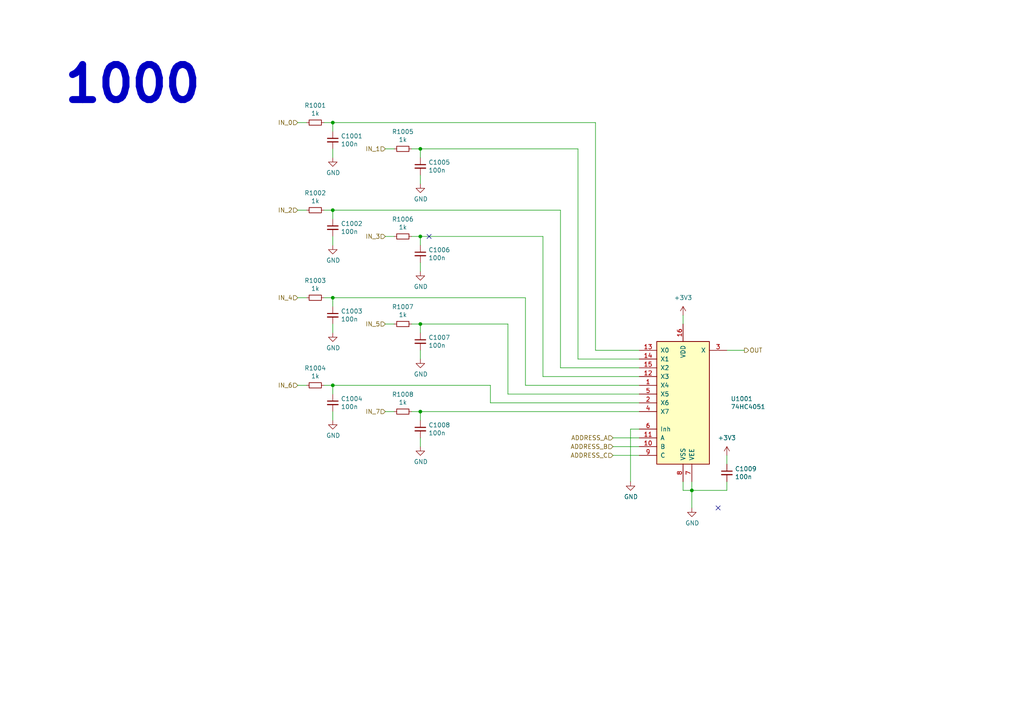
<source format=kicad_sch>
(kicad_sch (version 20230121) (generator eeschema)
  (paper "A4")
  (lib_symbols
    (symbol "power:+3V3" (power) (pin_names (offset 0))
      (property "Value" "+3V3" (at 0 3.556 0))
      (symbol "+3V3_0_1"
        (polyline (pts (xy -0.762 1.27) (xy 0 2.54)))
        (polyline (pts (xy 0 0) (xy 0 2.54)))
        (polyline (pts (xy 0 2.54) (xy 0.762 1.27)))
      )
      (symbol "+3V3_1_1"
        (pin power_in line (at 0 0 90) (length 0) hide (name "+3V3") (number "1"))
      )
    )
    (symbol "power:GND" (power) (pin_names (offset 0))
      (property "Value" "GND" (at 0 -3.81 0))
      (symbol "GND_0_1"
        (polyline (pts (xy 0 0) (xy 0 -1.27) (xy 1.27 -1.27) (xy 0 -2.54) (xy -1.27 -1.27) (xy 0 -1.27)))
      )
      (symbol "GND_1_1"
        (pin power_in line (at 0 0 270) (length 0) hide (name "GND") (number "1"))
      )
    )
    (symbol "suku_basics:74HC4051" (pin_names (offset 1.016))
      (property "Reference" "U" (at -7.62 19.05 0))
      (property "Value" "74HC4051" (at -7.62 -19.05 0))
      (symbol "74HC4051_1_0"
        (pin passive line (at -12.7 5.08 0) (length 5.08) (name "X4") (number "1"))
        (pin input line (at -12.7 -12.7 0) (length 5.08) (name "B") (number "10"))
        (pin input line (at -12.7 -10.16 0) (length 5.08) (name "A") (number "11"))
        (pin passive line (at -12.7 7.62 0) (length 5.08) (name "X3") (number "12"))
        (pin passive line (at -12.7 15.24 0) (length 5.08) (name "X0") (number "13"))
        (pin passive line (at -12.7 12.7 0) (length 5.08) (name "X1") (number "14"))
        (pin passive line (at -12.7 10.16 0) (length 5.08) (name "X2") (number "15"))
        (pin power_in line (at 0 22.86 270) (length 5.08) (name "VDD") (number "16"))
        (pin passive line (at -12.7 0 0) (length 5.08) (name "X6") (number "2"))
        (pin passive line (at 12.7 15.24 180) (length 5.08) (name "X") (number "3"))
        (pin passive line (at -12.7 -2.54 0) (length 5.08) (name "X7") (number "4"))
        (pin passive line (at -12.7 2.54 0) (length 5.08) (name "X5") (number "5"))
        (pin input line (at -12.7 -7.62 0) (length 5.08) (name "Inh") (number "6"))
        (pin power_in line (at 2.54 -22.86 90) (length 5.08) (name "VEE") (number "7"))
        (pin power_in line (at 0 -22.86 90) (length 5.08) (name "VSS") (number "8"))
        (pin input line (at -12.7 -15.24 0) (length 5.08) (name "C") (number "9"))
      )
      (symbol "74HC4051_1_1"
        (rectangle (start -7.62 17.78) (end 7.62 -17.78) (stroke (width 0.254)) (fill (type background)))
      )
    )
    (symbol "suku_basics:CAP" (pin_numbers hide) (pin_names (offset 0.254) hide)
      (property "Reference" "C" (at 0.254 1.778 0))
      (property "Value" "CAP" (at 0.254 -2.032 0))
      (symbol "CAP_0_1"
        (polyline (pts (xy -1.524 -0.508) (xy 1.524 -0.508)) (stroke (width 0.3302)))
        (polyline (pts (xy -1.524 0.508) (xy 1.524 0.508)) (stroke (width 0.3048)))
      )
      (symbol "CAP_1_1"
        (pin passive line (at 0 2.54 270) (length 2.032) (name "~") (number "1"))
        (pin passive line (at 0 -2.54 90) (length 2.032) (name "~") (number "2"))
      )
    )
    (symbol "suku_basics:RES" (pin_numbers hide) (pin_names (offset 0.254) hide)
      (property "Reference" "R" (at 0.762 0.508 0))
      (property "Value" "RES" (at 0.762 -1.016 0))
      (symbol "RES_1_1"
        (rectangle (start -0.762 1.778) (end 0.762 -1.778) (stroke (width 0.2032)))
        (pin passive line (at 0 2.54 270) (length 0.762) (name "~") (number "1"))
        (pin passive line (at 0 -2.54 90) (length 0.762) (name "~") (number "2"))
      )
    )
  )
  (junction (at 121.92 68.58))
  (junction (at 96.52 60.96))
  (junction (at 121.92 43.18))
  (junction (at 121.92 119.38))
  (junction (at 96.52 86.36))
  (junction (at 96.52 111.76))
  (junction (at 121.92 93.98))
  (junction (at 96.52 35.56))
  (junction (at 200.66 142.24))
  (no_connect (at 208.28 147.32))
  (no_connect (at 124.46 68.58))
  (wire (pts (xy 121.92 93.98) (xy 147.32 93.98)))
  (wire (pts (xy 96.52 45.72) (xy 96.52 43.18)))
  (wire (pts (xy 152.4 86.36) (xy 152.4 111.76)))
  (wire (pts (xy 121.92 71.12) (xy 121.92 68.58)))
  (wire (pts (xy 185.42 101.6) (xy 172.72 101.6)))
  (wire (pts (xy 96.52 121.92) (xy 96.52 119.38)))
  (wire (pts (xy 198.12 139.7) (xy 198.12 142.24)))
  (wire (pts (xy 96.52 71.12) (xy 96.52 68.58)))
  (wire (pts (xy 210.82 142.24) (xy 210.82 139.7)))
  (wire (pts (xy 121.92 119.38) (xy 185.42 119.38)))
  (wire (pts (xy 96.52 114.3) (xy 96.52 111.76)))
  (wire (pts (xy 86.36 35.56) (xy 88.9 35.56)))
  (wire (pts (xy 96.52 35.56) (xy 172.72 35.56)))
  (wire (pts (xy 182.88 124.46) (xy 185.42 124.46)))
  (wire (pts (xy 198.12 91.44) (xy 198.12 93.98)))
  (wire (pts (xy 147.32 114.3) (xy 185.42 114.3)))
  (wire (pts (xy 121.92 78.74) (xy 121.92 76.2)))
  (wire (pts (xy 121.92 43.18) (xy 167.64 43.18)))
  (wire (pts (xy 86.36 86.36) (xy 88.9 86.36)))
  (wire (pts (xy 121.92 68.58) (xy 157.48 68.58)))
  (wire (pts (xy 96.52 96.52) (xy 96.52 93.98)))
  (wire (pts (xy 142.24 116.84) (xy 185.42 116.84)))
  (wire (pts (xy 96.52 111.76) (xy 142.24 111.76)))
  (wire (pts (xy 157.48 68.58) (xy 157.48 109.22)))
  (wire (pts (xy 147.32 93.98) (xy 147.32 114.3)))
  (wire (pts (xy 162.56 60.96) (xy 162.56 106.68)))
  (wire (pts (xy 210.82 132.08) (xy 210.82 134.62)))
  (wire (pts (xy 167.64 43.18) (xy 167.64 104.14)))
  (wire (pts (xy 93.98 86.36) (xy 96.52 86.36)))
  (wire (pts (xy 96.52 38.1) (xy 96.52 35.56)))
  (wire (pts (xy 96.52 60.96) (xy 162.56 60.96)))
  (wire (pts (xy 142.24 111.76) (xy 142.24 116.84)))
  (wire (pts (xy 200.66 147.32) (xy 200.66 142.24)))
  (wire (pts (xy 114.3 119.38) (xy 111.76 119.38)))
  (wire (pts (xy 114.3 43.18) (xy 111.76 43.18)))
  (wire (pts (xy 96.52 35.56) (xy 93.98 35.56)))
  (wire (pts (xy 152.4 111.76) (xy 185.42 111.76)))
  (wire (pts (xy 96.52 88.9) (xy 96.52 86.36)))
  (wire (pts (xy 172.72 35.56) (xy 172.72 101.6)))
  (wire (pts (xy 182.88 139.7) (xy 182.88 124.46)))
  (wire (pts (xy 93.98 111.76) (xy 96.52 111.76)))
  (wire (pts (xy 177.8 127) (xy 185.42 127)))
  (wire (pts (xy 114.3 93.98) (xy 111.76 93.98)))
  (wire (pts (xy 119.38 119.38) (xy 121.92 119.38)))
  (wire (pts (xy 119.38 68.58) (xy 121.92 68.58)))
  (wire (pts (xy 162.56 106.68) (xy 185.42 106.68)))
  (wire (pts (xy 121.92 53.34) (xy 121.92 50.8)))
  (wire (pts (xy 200.66 142.24) (xy 210.82 142.24)))
  (wire (pts (xy 157.48 109.22) (xy 185.42 109.22)))
  (wire (pts (xy 93.98 60.96) (xy 96.52 60.96)))
  (wire (pts (xy 121.92 129.54) (xy 121.92 127)))
  (wire (pts (xy 177.8 132.08) (xy 185.42 132.08)))
  (wire (pts (xy 185.42 129.54) (xy 177.8 129.54)))
  (wire (pts (xy 121.92 104.14) (xy 121.92 101.6)))
  (wire (pts (xy 198.12 142.24) (xy 200.66 142.24)))
  (wire (pts (xy 114.3 68.58) (xy 111.76 68.58)))
  (wire (pts (xy 200.66 142.24) (xy 200.66 139.7)))
  (wire (pts (xy 121.92 96.52) (xy 121.92 93.98)))
  (wire (pts (xy 86.36 60.96) (xy 88.9 60.96)))
  (wire (pts (xy 119.38 93.98) (xy 121.92 93.98)))
  (wire (pts (xy 121.92 45.72) (xy 121.92 43.18)))
  (wire (pts (xy 119.38 43.18) (xy 121.92 43.18)))
  (wire (pts (xy 121.92 121.92) (xy 121.92 119.38)))
  (wire (pts (xy 96.52 60.96) (xy 96.52 63.5)))
  (wire (pts (xy 167.64 104.14) (xy 185.42 104.14)))
  (wire (pts (xy 96.52 86.36) (xy 152.4 86.36)))
  (wire (pts (xy 86.36 111.76) (xy 88.9 111.76)))
  (wire (pts (xy 210.82 101.6) (xy 215.9 101.6)))
  (text "1000" (at 17.78 30.48 0) (effects (font (size 10.16 10.16) (thickness 2.032) bold) (justify left bottom)))
  (hierarchical_label "IN_1" (shape input) (at 111.76 43.18 180))
  (hierarchical_label "IN_7" (shape input) (at 111.76 119.38 180))
  (hierarchical_label "IN_2" (shape input) (at 86.36 60.96 180))
  (hierarchical_label "IN_0" (shape input) (at 86.36 35.56 180))
  (hierarchical_label "OUT" (shape output) (at 215.9 101.6 0))
  (hierarchical_label "ADDRESS_C" (shape input) (at 177.8 132.08 180))
  (hierarchical_label "IN_5" (shape input) (at 111.76 93.98 180))
  (hierarchical_label "ADDRESS_B" (shape input) (at 177.8 129.54 180))
  (hierarchical_label "IN_4" (shape input) (at 86.36 86.36 180))
  (hierarchical_label "IN_3" (shape input) (at 111.76 68.58 180))
  (hierarchical_label "ADDRESS_A" (shape input) (at 177.8 127 180))
  (hierarchical_label "IN_6" (shape input) (at 86.36 111.76 180))
  (symbol (lib_id "suku_basics:CAP") (at 210.82 137.16 0) (unit 1)
    (property "Reference" "C1009" (at 213.1568 135.9916 0) (effects (justify left)))
    (property "Value" "100n" (at 213.1568 138.303 0) (effects (justify left)))
    (property "Footprint" "suku_basics:CAP_0402" (effects hide))
    (instances (project "PBF4" (path "" (reference "C1009") (unit 1)) (path "" (reference "C1018") (unit 1))))
  )
  (symbol (lib_id "power:GND") (at 200.66 147.32 0) (unit 1)
    (property "Reference" "#PWR01011" (effects hide))
    (property "Value" "GND" (at 200.787 151.7142 0))
    (instances (project "PBF4" (path "" (reference "#PWR01011") (unit 1)) (path "" (reference "#PWR01023") (unit 1))))
  )
  (symbol (lib_id "suku_basics:RES") (at 91.44 35.56 270) (unit 1)
    (property "Reference" "R1001" (at 91.44 30.5816 90))
    (property "Value" "1k" (at 91.44 32.893 90))
    (property "Footprint" "suku_basics:RES_0402" (effects hide))
    (instances (project "PBF4" (path "" (reference "R1001") (unit 1)) (path "" (reference "R1009") (unit 1))))
  )
  (symbol (lib_id "suku_basics:RES") (at 116.84 43.18 270) (unit 1)
    (property "Reference" "R1005" (at 116.84 38.2016 90))
    (property "Value" "1k" (at 116.84 40.513 90))
    (property "Footprint" "suku_basics:RES_0402" (effects hide))
    (instances (project "PBF4" (path "" (reference "R1005") (unit 1)) (path "" (reference "R1013") (unit 1))))
  )
  (symbol (lib_id "suku_basics:RES") (at 91.44 60.96 270) (unit 1)
    (property "Reference" "R1002" (at 91.44 55.9816 90))
    (property "Value" "1k" (at 91.44 58.293 90))
    (property "Footprint" "suku_basics:RES_0402" (effects hide))
    (instances (project "PBF4" (path "" (reference "R1002") (unit 1)) (path "" (reference "R1010") (unit 1))))
  )
  (symbol (lib_id "suku_basics:RES") (at 116.84 68.58 270) (unit 1)
    (property "Reference" "R1006" (at 116.84 63.6016 90))
    (property "Value" "1k" (at 116.84 65.913 90))
    (property "Footprint" "suku_basics:RES_0402" (effects hide))
    (instances (project "PBF4" (path "" (reference "R1006") (unit 1)) (path "" (reference "R1014") (unit 1))))
  )
  (symbol (lib_id "suku_basics:RES") (at 91.44 86.36 270) (unit 1)
    (property "Reference" "R1003" (at 91.44 81.3816 90))
    (property "Value" "1k" (at 91.44 83.693 90))
    (property "Footprint" "suku_basics:RES_0402" (effects hide))
    (instances (project "PBF4" (path "" (reference "R1003") (unit 1)) (path "" (reference "R1011") (unit 1))))
  )
  (symbol (lib_id "suku_basics:RES") (at 116.84 93.98 270) (unit 1)
    (property "Reference" "R1007" (at 116.84 89.0016 90))
    (property "Value" "1k" (at 116.84 91.313 90))
    (property "Footprint" "suku_basics:RES_0402" (effects hide))
    (instances (project "PBF4" (path "" (reference "R1007") (unit 1)) (path "" (reference "R1015") (unit 1))))
  )
  (symbol (lib_id "suku_basics:RES") (at 91.44 111.76 270) (unit 1)
    (property "Reference" "R1004" (at 91.44 106.7816 90))
    (property "Value" "1k" (at 91.44 109.093 90))
    (property "Footprint" "suku_basics:RES_0402" (effects hide))
    (instances (project "PBF4" (path "" (reference "R1004") (unit 1)) (path "" (reference "R1012") (unit 1))))
  )
  (symbol (lib_id "suku_basics:RES") (at 116.84 119.38 270) (unit 1)
    (property "Reference" "R1008" (at 116.84 114.4016 90))
    (property "Value" "1k" (at 116.84 116.713 90))
    (property "Footprint" "suku_basics:RES_0402" (effects hide))
    (instances (project "PBF4" (path "" (reference "R1008") (unit 1)) (path "" (reference "R1016") (unit 1))))
  )
  (symbol (lib_id "suku_basics:CAP") (at 96.52 40.64 0) (unit 1)
    (property "Reference" "C1001" (at 98.8568 39.4716 0) (effects (justify left)))
    (property "Value" "100n" (at 98.8568 41.783 0) (effects (justify left)))
    (property "Footprint" "suku_basics:CAP_0402" (effects hide))
    (instances (project "PBF4" (path "" (reference "C1001") (unit 1)) (path "" (reference "C1010") (unit 1))))
  )
  (symbol (lib_id "power:GND") (at 96.52 45.72 0) (unit 1)
    (property "Reference" "#PWR01001" (effects hide))
    (property "Value" "GND" (at 96.647 50.1142 0))
    (instances (project "PBF4" (path "" (reference "#PWR01001") (unit 1)) (path "" (reference "#PWR01013") (unit 1))))
  )
  (symbol (lib_id "suku_basics:CAP") (at 121.92 48.26 0) (unit 1)
    (property "Reference" "C1005" (at 124.2568 47.0916 0) (effects (justify left)))
    (property "Value" "100n" (at 124.2568 49.403 0) (effects (justify left)))
    (property "Footprint" "suku_basics:CAP_0402" (effects hide))
    (instances (project "PBF4" (path "" (reference "C1005") (unit 1)) (path "" (reference "C1014") (unit 1))))
  )
  (symbol (lib_id "power:GND") (at 121.92 53.34 0) (unit 1)
    (property "Reference" "#PWR01005" (effects hide))
    (property "Value" "GND" (at 122.047 57.7342 0))
    (instances (project "PBF4" (path "" (reference "#PWR01005") (unit 1)) (path "" (reference "#PWR01017") (unit 1))))
  )
  (symbol (lib_id "suku_basics:CAP") (at 96.52 66.04 0) (unit 1)
    (property "Reference" "C1002" (at 98.8568 64.8716 0) (effects (justify left)))
    (property "Value" "100n" (at 98.8568 67.183 0) (effects (justify left)))
    (property "Footprint" "suku_basics:CAP_0402" (effects hide))
    (instances (project "PBF4" (path "" (reference "C1002") (unit 1)) (path "" (reference "C1011") (unit 1))))
  )
  (symbol (lib_id "power:GND") (at 96.52 71.12 0) (unit 1)
    (property "Reference" "#PWR01002" (effects hide))
    (property "Value" "GND" (at 96.647 75.5142 0))
    (instances (project "PBF4" (path "" (reference "#PWR01002") (unit 1)) (path "" (reference "#PWR01014") (unit 1))))
  )
  (symbol (lib_id "suku_basics:CAP") (at 121.92 73.66 0) (unit 1)
    (property "Reference" "C1006" (at 124.2568 72.4916 0) (effects (justify left)))
    (property "Value" "100n" (at 124.2568 74.803 0) (effects (justify left)))
    (property "Footprint" "suku_basics:CAP_0402" (effects hide))
    (instances (project "PBF4" (path "" (reference "C1006") (unit 1)) (path "" (reference "C1015") (unit 1))))
  )
  (symbol (lib_id "power:GND") (at 121.92 78.74 0) (unit 1)
    (property "Reference" "#PWR01006" (effects hide))
    (property "Value" "GND" (at 122.047 83.1342 0))
    (instances (project "PBF4" (path "" (reference "#PWR01006") (unit 1)) (path "" (reference "#PWR01018") (unit 1))))
  )
  (symbol (lib_id "suku_basics:CAP") (at 96.52 91.44 0) (unit 1)
    (property "Reference" "C1003" (at 98.8568 90.2716 0) (effects (justify left)))
    (property "Value" "100n" (at 98.8568 92.583 0) (effects (justify left)))
    (property "Footprint" "suku_basics:CAP_0402" (effects hide))
    (instances (project "PBF4" (path "" (reference "C1003") (unit 1)) (path "" (reference "C1012") (unit 1))))
  )
  (symbol (lib_id "power:GND") (at 96.52 96.52 0) (unit 1)
    (property "Reference" "#PWR01003" (effects hide))
    (property "Value" "GND" (at 96.647 100.9142 0))
    (instances (project "PBF4" (path "" (reference "#PWR01003") (unit 1)) (path "" (reference "#PWR01015") (unit 1))))
  )
  (symbol (lib_id "suku_basics:CAP") (at 121.92 99.06 0) (unit 1)
    (property "Reference" "C1007" (at 124.2568 97.8916 0) (effects (justify left)))
    (property "Value" "100n" (at 124.2568 100.203 0) (effects (justify left)))
    (property "Footprint" "suku_basics:CAP_0402" (effects hide))
    (instances (project "PBF4" (path "" (reference "C1007") (unit 1)) (path "" (reference "C1016") (unit 1))))
  )
  (symbol (lib_id "power:GND") (at 121.92 104.14 0) (unit 1)
    (property "Reference" "#PWR01007" (effects hide))
    (property "Value" "GND" (at 122.047 108.5342 0))
    (instances (project "PBF4" (path "" (reference "#PWR01007") (unit 1)) (path "" (reference "#PWR01019") (unit 1))))
  )
  (symbol (lib_id "suku_basics:CAP") (at 96.52 116.84 0) (unit 1)
    (property "Reference" "C1004" (at 98.8568 115.6716 0) (effects (justify left)))
    (property "Value" "100n" (at 98.8568 117.983 0) (effects (justify left)))
    (property "Footprint" "suku_basics:CAP_0402" (effects hide))
    (instances (project "PBF4" (path "" (reference "C1004") (unit 1)) (path "" (reference "C1013") (unit 1))))
  )
  (symbol (lib_id "power:GND") (at 96.52 121.92 0) (unit 1)
    (property "Reference" "#PWR01004" (effects hide))
    (property "Value" "GND" (at 96.647 126.3142 0))
    (instances (project "PBF4" (path "" (reference "#PWR01004") (unit 1)) (path "" (reference "#PWR01016") (unit 1))))
  )
  (symbol (lib_id "suku_basics:CAP") (at 121.92 124.46 0) (unit 1)
    (property "Reference" "C1008" (at 124.2568 123.2916 0) (effects (justify left)))
    (property "Value" "100n" (at 124.2568 125.603 0) (effects (justify left)))
    (property "Footprint" "suku_basics:CAP_0402" (effects hide))
    (instances (project "PBF4" (path "" (reference "C1008") (unit 1)) (path "" (reference "C1017") (unit 1))))
  )
  (symbol (lib_id "power:GND") (at 121.92 129.54 0) (unit 1)
    (property "Reference" "#PWR01008" (effects hide))
    (property "Value" "GND" (at 122.047 133.9342 0))
    (instances (project "PBF4" (path "" (reference "#PWR01008") (unit 1)) (path "" (reference "#PWR01020") (unit 1))))
  )
  (symbol (lib_id "power:GND") (at 182.88 139.7 0) (unit 1)
    (property "Reference" "#PWR01009" (effects hide))
    (property "Value" "GND" (at 183.007 144.0942 0))
    (instances (project "PBF4" (path "" (reference "#PWR01009") (unit 1)) (path "" (reference "#PWR01021") (unit 1))))
  )
  (symbol (lib_id "suku_basics:74HC4051") (at 198.12 116.84 0) (unit 1)
    (property "Reference" "U1001" (at 211.9376 115.6716 0) (effects (justify left)))
    (property "Value" "74HC4051" (at 211.9376 117.983 0) (effects (justify left)))
    (property "Footprint" "suku_basics:SOIC-16_74HC4051" (effects hide))
    (property "Datasheet" "http://www.intersil.com/content/dam/Intersil/documents/cd40/cd4051bms-52bms-53bms.pdf" (effects hide))
    (instances (project "PBF4" (path "" (reference "U1001") (unit 1)) (path "" (reference "U1002") (unit 1))))
  )
  (symbol (lib_id "power:+3V3") (at 210.82 132.08 0) (unit 1)
    (property "Reference" "#PWR01012" (effects hide))
    (property "Value" "+3V3" (at 210.82 127 0))
    (instances (project "PBF4" (path "" (reference "#PWR01012") (unit 1)) (path "" (reference "#PWR01024") (unit 1))))
  )
  (symbol (lib_id "power:+3V3") (at 198.12 91.44 0) (unit 1)
    (property "Reference" "#PWR01010" (effects hide))
    (property "Value" "+3V3" (at 198.12 86.36 0))
    (instances (project "PBF4" (path "" (reference "#PWR01010") (unit 1)) (path "" (reference "#PWR01022") (unit 1))))
  )
)
</source>
